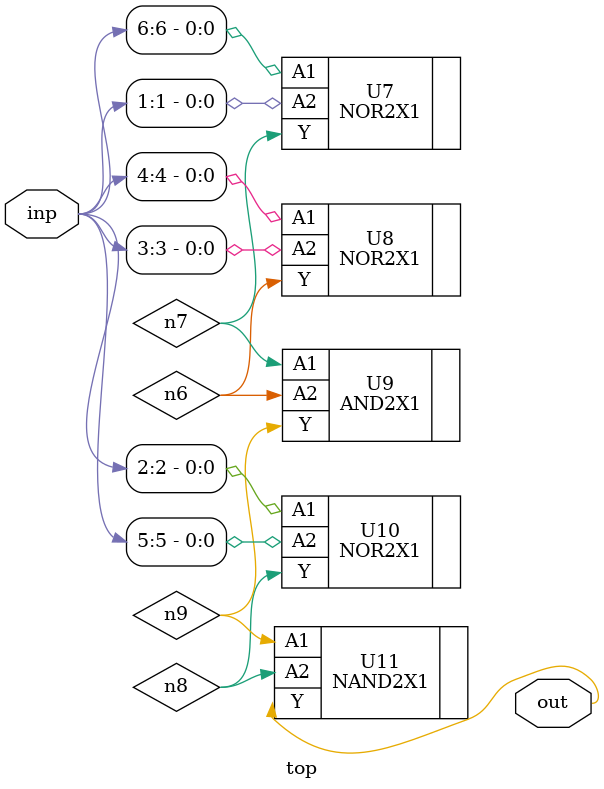
<source format=sv>


module top ( inp, out );
  input [6:0] inp;
  output out;
  wire   n6, n7, n8, n9;

  NOR2X1 U7 ( .A1(inp[6]), .A2(inp[1]), .Y(n7) );
  NOR2X1 U8 ( .A1(inp[4]), .A2(inp[3]), .Y(n6) );
  AND2X1 U9 ( .A1(n7), .A2(n6), .Y(n9) );
  NOR2X1 U10 ( .A1(inp[2]), .A2(inp[5]), .Y(n8) );
  NAND2X1 U11 ( .A1(n9), .A2(n8), .Y(out) );
endmodule


</source>
